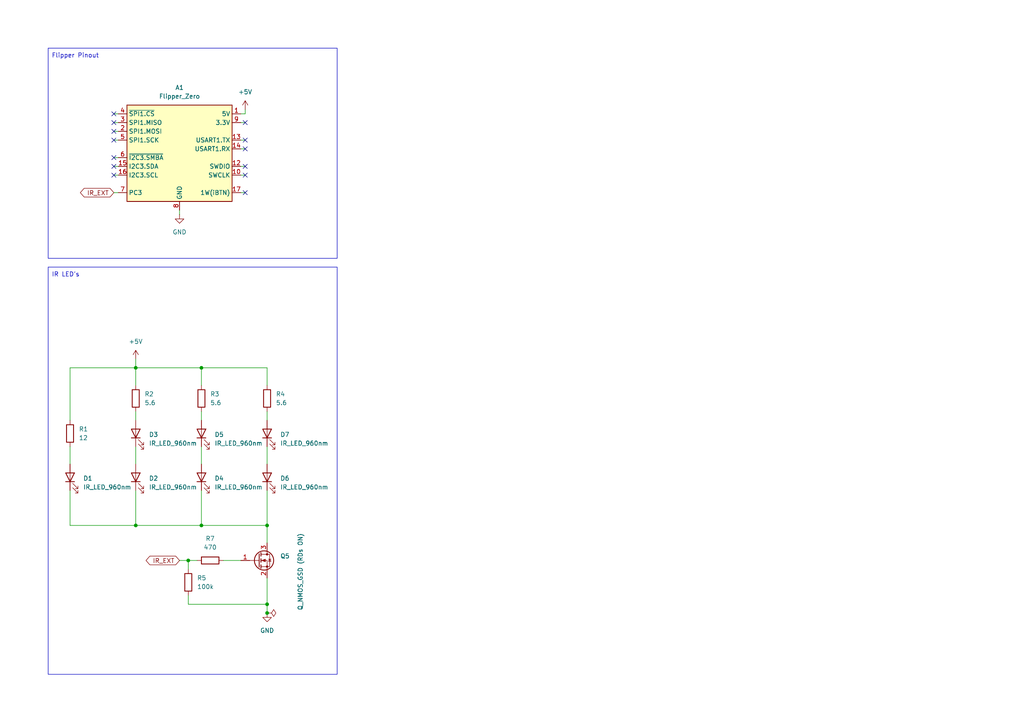
<source format=kicad_sch>
(kicad_sch (version 20250114) (generator "eeschema") (generator_version "9.0")
  (paper "A4")
  (lib_symbols
    (symbol "Device:LED" (pin_numbers (hide yes)) (pin_names (offset 1.016) (hide yes))
      (property "Reference" "D" (at 0 2.54 0))
      (property "Value" "LED" (at 0 -2.54 0))
      (symbol "LED_0_1"
        (polyline (pts (xy -3.048 -0.762) (xy -4.572 -2.286) (xy -3.81 -2.286) (xy -4.572 -2.286) (xy -4.572 -1.524)))
        (polyline (pts (xy -1.778 -0.762) (xy -3.302 -2.286) (xy -2.54 -2.286) (xy -3.302 -2.286) (xy -3.302 -1.524)))
        (polyline (pts (xy -1.27 0) (xy 1.27 0)))
        (polyline (pts (xy -1.27 -1.27) (xy -1.27 1.27)) (stroke (width 0.254)))
        (polyline (pts (xy 1.27 -1.27) (xy 1.27 1.27) (xy -1.27 0) (xy 1.27 -1.27)) (stroke (width 0.254)))
      )
      (symbol "LED_1_1"
        (pin passive line (at -3.81 0 0) (length 2.54) (name "K") (number "1"))
        (pin passive line (at 3.81 0 180) (length 2.54) (name "A") (number "2"))
      )
    )
    (symbol "Device:R" (pin_numbers (hide yes)) (pin_names (offset 0))
      (property "Reference" "R" (at 2.032 0 90))
      (property "Value" "R" (at 0 0 90))
      (symbol "R_0_1"
        (rectangle (start -1.016 -2.54) (end 1.016 2.54) (stroke (width 0.254)))
      )
      (symbol "R_1_1"
        (pin passive line (at 0 3.81 270) (length 1.27) (name "~") (number "1"))
        (pin passive line (at 0 -3.81 90) (length 1.27) (name "~") (number "2"))
      )
    )
    (symbol "MCU_Module:Flipper_Zero"
      (property "Reference" "A" (at -14.224 16.764 0))
      (property "Value" "Flipper_Zero" (at 8.89 16.764 0))
      (symbol "Flipper_Zero_0_0"
        (pin power_out line (at 17.78 12.7 180) (length 2.54) (name "5V") (number "1"))
        (pin power_out line (at 17.78 10.16 180) (length 2.54) (name "3.3V") (number "9"))
      )
      (symbol "Flipper_Zero_1_0"
        (pin bidirectional line (at -17.78 12.7 0) (length 2.54) (name "~{SPI1.CS}") (number "4"))
        (pin bidirectional line (at -17.78 10.16 0) (length 2.54) (name "SPI1.MISO") (number "3"))
        (pin bidirectional line (at -17.78 7.62 0) (length 2.54) (name "SPI1.MOSI") (number "2"))
        (pin bidirectional line (at -17.78 5.08 0) (length 2.54) (name "SPI1.SCK") (number "5"))
        (pin open_collector line (at -17.78 0 0) (length 2.54) (name "~{I2C3.SMBA}") (number "6"))
        (pin bidirectional line (at -17.78 -2.54 0) (length 2.54) (name "I2C3.SDA") (number "15"))
        (pin bidirectional line (at -17.78 -5.08 0) (length 2.54) (name "I2C3.SCL") (number "16"))
        (pin bidirectional line (at -17.78 -10.16 0) (length 2.54) (name "PC3") (number "7"))
        (pin passive line (at 0 -15.24 90) (length 2.54) (hide yes) (name "GND") (number "11"))
        (pin passive line (at 0 -15.24 90) (length 2.54) (hide yes) (name "GND") (number "18"))
        (pin power_in line (at 0 -15.24 90) (length 2.54) (name "GND") (number "8"))
        (pin output line (at 17.78 5.08 180) (length 2.54) (name "USART1.TX") (number "13"))
        (pin input line (at 17.78 2.54 180) (length 2.54) (name "USART1.RX") (number "14"))
        (pin bidirectional line (at 17.78 -2.54 180) (length 2.54) (name "SWDIO") (number "12"))
        (pin output line (at 17.78 -5.08 180) (length 2.54) (name "SWCLK") (number "10"))
        (pin bidirectional line (at 17.78 -10.16 180) (length 2.54) (name "1W(iBTN)") (number "17"))
      )
      (symbol "Flipper_Zero_1_1"
        (rectangle (start -15.24 15.24) (end 15.24 -12.7) (stroke (width 0.254)) (fill (type background)))
      )
    )
    (symbol "Transistor_FET:Q_NMOS_GSD" (pin_names (offset 0) (hide yes))
      (property "Reference" "Q" (at 5.08 1.905 0))
      (property "Value" "Q_NMOS_GSD" (at 5.08 0 0))
      (symbol "Q_NMOS_GSD_0_1"
        (polyline (pts (xy 0.254 1.905) (xy 0.254 -1.905)) (stroke (width 0.254)))
        (polyline (pts (xy 0.254 0) (xy -2.54 0)))
        (polyline (pts (xy 0.762 2.286) (xy 0.762 1.27)) (stroke (width 0.254)))
        (polyline (pts (xy 0.762 0.508) (xy 0.762 -0.508)) (stroke (width 0.254)))
        (polyline (pts (xy 0.762 -1.27) (xy 0.762 -2.286)) (stroke (width 0.254)))
        (polyline (pts (xy 0.762 -1.778) (xy 3.302 -1.778) (xy 3.302 1.778) (xy 0.762 1.778)))
        (polyline (pts (xy 1.016 0) (xy 2.032 0.381) (xy 2.032 -0.381) (xy 1.016 0)) (fill (type outline)))
        (circle (center 1.651 0) (radius 2.794) (stroke (width 0.254)))
        (polyline (pts (xy 2.54 2.54) (xy 2.54 1.778)))
        (circle (center 2.54 1.778) (radius 0.254) (fill (type outline)))
        (circle (center 2.54 -1.778) (radius 0.254) (fill (type outline)))
        (polyline (pts (xy 2.54 -2.54) (xy 2.54 0) (xy 0.762 0)))
        (polyline (pts (xy 2.921 0.381) (xy 3.683 0.381)))
        (polyline (pts (xy 3.302 0.381) (xy 2.921 -0.254) (xy 3.683 -0.254) (xy 3.302 0.381)))
      )
      (symbol "Q_NMOS_GSD_1_1"
        (pin input line (at -5.08 0 0) (length 2.54) (name "G") (number "1"))
        (pin passive line (at 2.54 5.08 270) (length 2.54) (name "D") (number "3"))
        (pin passive line (at 2.54 -5.08 90) (length 2.54) (name "S") (number "2"))
      )
    )
    (symbol "power:+5V" (power) (pin_numbers (hide yes)) (pin_names (offset 0) (hide yes))
      (property "Value" "+5V" (at 0 3.556 0))
      (symbol "+5V_0_1"
        (polyline (pts (xy -0.762 1.27) (xy 0 2.54)))
        (polyline (pts (xy 0 2.54) (xy 0.762 1.27)))
        (polyline (pts (xy 0 0) (xy 0 2.54)))
      )
      (symbol "+5V_1_1"
        (pin power_in line (at 0 0 90) (length 0) (name "~") (number "1"))
      )
    )
    (symbol "power:GND" (power) (pin_numbers (hide yes)) (pin_names (offset 0) (hide yes))
      (property "Value" "GND" (at 0 -3.81 0))
      (symbol "GND_0_1"
        (polyline (pts (xy 0 0) (xy 0 -1.27) (xy 1.27 -1.27) (xy 0 -2.54) (xy -1.27 -1.27) (xy 0 -1.27)))
      )
      (symbol "GND_1_1"
        (pin power_in line (at 0 0 270) (length 0) (name "~") (number "1"))
      )
    )
    (symbol "power:PWR_FLAG" (power) (pin_numbers (hide yes)) (pin_names (offset 0) (hide yes))
      (property "Value" "PWR_FLAG" (at 0 3.81 0))
      (symbol "PWR_FLAG_0_0"
        (pin power_out line (at 0 0 90) (length 0) (name "~") (number "1"))
      )
      (symbol "PWR_FLAG_0_1"
        (polyline (pts (xy 0 0) (xy 0 1.27) (xy -1.016 1.905) (xy 0 2.54) (xy 1.016 1.905) (xy 0 1.27)))
      )
    )
  )
  (rectangle (start 13.97 77.47) (end 97.79 195.58))
  (rectangle (start 13.97 13.97) (end 97.79 74.93))
  (text "Flipper Pinout" (at 21.844 16.256 0) (effects (font (size 1.27 1.27))))
  (text "IR LED's" (at 19.05 79.756 0) (effects (font (size 1.27 1.27))))
  (junction (at 77.47 177.8))
  (junction (at 39.37 152.4))
  (junction (at 77.47 152.4))
  (junction (at 54.61 162.56))
  (junction (at 77.47 175.26))
  (junction (at 39.37 106.68))
  (junction (at 58.42 106.68))
  (junction (at 58.42 152.4))
  (no_connect (at 71.12 43.18))
  (no_connect (at 33.02 33.02))
  (no_connect (at 71.12 35.56))
  (no_connect (at 71.12 55.88))
  (no_connect (at 71.12 40.64))
  (no_connect (at 33.02 48.26))
  (no_connect (at 33.02 45.72))
  (no_connect (at 33.02 40.64))
  (no_connect (at 71.12 48.26))
  (no_connect (at 71.12 50.8))
  (no_connect (at 33.02 35.56))
  (no_connect (at 33.02 50.8))
  (no_connect (at 33.02 38.1))
  (wire (pts (xy 58.42 142.24) (xy 58.42 152.4)))
  (wire (pts (xy 52.07 60.96) (xy 52.07 62.23)))
  (wire (pts (xy 58.42 152.4) (xy 77.47 152.4)))
  (wire (pts (xy 77.47 119.38) (xy 77.47 121.92)))
  (wire (pts (xy 39.37 106.68) (xy 39.37 111.76)))
  (wire (pts (xy 20.32 106.68) (xy 39.37 106.68)))
  (wire (pts (xy 58.42 106.68) (xy 58.42 111.76)))
  (wire (pts (xy 77.47 167.64) (xy 77.47 175.26)))
  (wire (pts (xy 33.02 50.8) (xy 34.29 50.8)))
  (wire (pts (xy 58.42 129.54) (xy 58.42 134.62)))
  (wire (pts (xy 33.02 55.88) (xy 34.29 55.88)))
  (wire (pts (xy 58.42 119.38) (xy 58.42 121.92)))
  (wire (pts (xy 52.07 162.56) (xy 54.61 162.56)))
  (wire (pts (xy 54.61 175.26) (xy 77.47 175.26)))
  (wire (pts (xy 69.85 50.8) (xy 71.12 50.8)))
  (wire (pts (xy 54.61 162.56) (xy 57.15 162.56)))
  (wire (pts (xy 39.37 142.24) (xy 39.37 152.4)))
  (wire (pts (xy 77.47 152.4) (xy 77.47 157.48)))
  (wire (pts (xy 20.32 106.68) (xy 20.32 121.92)))
  (wire (pts (xy 69.85 33.02) (xy 71.12 33.02)))
  (wire (pts (xy 33.02 35.56) (xy 34.29 35.56)))
  (wire (pts (xy 39.37 129.54) (xy 39.37 134.62)))
  (wire (pts (xy 20.32 152.4) (xy 39.37 152.4)))
  (wire (pts (xy 71.12 31.75) (xy 71.12 33.02)))
  (wire (pts (xy 77.47 129.54) (xy 77.47 134.62)))
  (wire (pts (xy 77.47 175.26) (xy 77.47 177.8)))
  (wire (pts (xy 39.37 152.4) (xy 58.42 152.4)))
  (wire (pts (xy 33.02 33.02) (xy 34.29 33.02)))
  (wire (pts (xy 33.02 45.72) (xy 34.29 45.72)))
  (wire (pts (xy 69.85 35.56) (xy 71.12 35.56)))
  (wire (pts (xy 64.77 162.56) (xy 69.85 162.56)))
  (wire (pts (xy 39.37 104.14) (xy 39.37 106.68)))
  (wire (pts (xy 20.32 142.24) (xy 20.32 152.4)))
  (wire (pts (xy 54.61 162.56) (xy 54.61 165.1)))
  (wire (pts (xy 77.47 106.68) (xy 77.47 111.76)))
  (wire (pts (xy 58.42 106.68) (xy 77.47 106.68)))
  (wire (pts (xy 69.85 55.88) (xy 71.12 55.88)))
  (wire (pts (xy 33.02 38.1) (xy 34.29 38.1)))
  (wire (pts (xy 33.02 40.64) (xy 34.29 40.64)))
  (wire (pts (xy 69.85 43.18) (xy 71.12 43.18)))
  (wire (pts (xy 33.02 48.26) (xy 34.29 48.26)))
  (wire (pts (xy 69.85 48.26) (xy 71.12 48.26)))
  (wire (pts (xy 39.37 106.68) (xy 58.42 106.68)))
  (wire (pts (xy 20.32 129.54) (xy 20.32 134.62)))
  (wire (pts (xy 54.61 172.72) (xy 54.61 175.26)))
  (wire (pts (xy 77.47 142.24) (xy 77.47 152.4)))
  (wire (pts (xy 39.37 119.38) (xy 39.37 121.92)))
  (wire (pts (xy 69.85 40.64) (xy 71.12 40.64)))
  (global_label "IR_EXT" (shape bidirectional) (at 33.02 55.88 180) (property "Intersheetrefs" "${INTERSHEET_REFS}" (effects (hide yes))))
  (global_label "IR_EXT" (shape bidirectional) (at 52.07 162.56 180) (property "Intersheetrefs" "${INTERSHEET_REFS}" (effects (hide yes))))
  (symbol (lib_id "Device:LED") (at 20.32 138.43 90) (unit 1)
    (property "Reference" "D1" (at 24.13 138.7474 90) (effects (justify right)))
    (property "Value" "IR_LED_960nm" (at 24.13 141.2874 90) (effects (justify right)))
    (property "Description" "Light emitting diode" (effects (hide yes)))
    (property "Sim.Pins" "1=K 2=A" (effects (hide yes)))
  )
  (symbol (lib_id "Device:LED") (at 58.42 125.73 90) (unit 1)
    (property "Reference" "D5" (at 62.23 126.0474 90) (effects (justify right)))
    (property "Value" "IR_LED_960nm" (at 62.23 128.5874 90) (effects (justify right)))
    (property "Description" "Light emitting diode" (effects (hide yes)))
    (property "Sim.Pins" "1=K 2=A" (effects (hide yes)))
  )
  (symbol (lib_id "Device:LED") (at 77.47 125.73 90) (unit 1)
    (property "Reference" "D7" (at 81.28 126.0474 90) (effects (justify right)))
    (property "Value" "IR_LED_960nm" (at 81.28 128.5874 90) (effects (justify right)))
    (property "Description" "Light emitting diode" (effects (hide yes)))
    (property "Sim.Pins" "1=K 2=A" (effects (hide yes)))
  )
  (symbol (lib_id "Device:R") (at 20.32 125.73 0) (unit 1)
    (property "Reference" "R1" (at 22.86 124.4599 0) (effects (justify left)))
    (property "Value" "12" (at 22.86 126.9999 0) (effects (justify left)))
    (property "Description" "Resistor" (effects (hide yes)))
  )
  (symbol (lib_id "power:GND") (at 77.47 177.8 0) (unit 1)
    (property "Reference" "#PWR01" (effects (hide yes)))
    (property "Value" "GND" (at 77.47 182.88 0))
    (property "Description" "Power symbol creates a global label with name \"GND\" , ground" (effects (hide yes)))
  )
  (symbol (lib_id "MCU_Module:Flipper_Zero") (at 52.07 45.72 0) (unit 1)
    (property "Reference" "A1" (at 52.07 25.4 0))
    (property "Value" "Flipper_Zero" (at 52.07 27.94 0))
    (property "Footprint" "Module:Flipper_Zero_Angled" (effects (hide yes)))
    (property "Datasheet" "https://docs.flipper.net/development" (effects (hide yes)))
    (property "Description" "Portable multi-tool for pentesters and geeks in a toy-like body, 13 GPIO, USB to UART/SPI/I2C bridge/converter, Serial Wire Debug interface (SWD), 2.54 mm pin header connector" (effects (hide yes)))
  )
  (symbol (lib_id "power:PWR_FLAG") (at 77.47 177.8 270) (unit 1)
    (property "Reference" "#FLG01" (effects (hide yes)))
    (property "Value" "PWR_FLAG" (effects (hide yes)))
    (property "Description" "Special symbol for telling ERC where power comes from" (effects (hide yes)))
  )
  (symbol (lib_id "Device:LED") (at 39.37 138.43 90) (unit 1)
    (property "Reference" "D2" (at 43.18 138.7474 90) (effects (justify right)))
    (property "Value" "IR_LED_960nm" (at 43.18 141.2874 90) (effects (justify right)))
    (property "Description" "Light emitting diode" (effects (hide yes)))
    (property "Sim.Pins" "1=K 2=A" (effects (hide yes)))
  )
  (symbol (lib_id "Device:R") (at 39.37 115.57 0) (unit 1)
    (property "Reference" "R2" (at 41.91 114.2999 0) (effects (justify left)))
    (property "Value" "5.6" (at 41.91 116.8399 0) (effects (justify left)))
    (property "Description" "Resistor" (effects (hide yes)))
  )
  (symbol (lib_id "Device:R") (at 77.47 115.57 0) (unit 1)
    (property "Reference" "R4" (at 80.01 114.2999 0) (effects (justify left)))
    (property "Value" "5.6" (at 80.01 116.8399 0) (effects (justify left)))
    (property "Description" "Resistor" (effects (hide yes)))
  )
  (symbol (lib_id "Device:R") (at 58.42 115.57 0) (unit 1)
    (property "Reference" "R3" (at 60.96 114.2999 0) (effects (justify left)))
    (property "Value" "5.6" (at 60.96 116.8399 0) (effects (justify left)))
    (property "Description" "Resistor" (effects (hide yes)))
  )
  (symbol (lib_id "Device:LED") (at 77.47 138.43 90) (unit 1)
    (property "Reference" "D6" (at 81.28 138.7474 90) (effects (justify right)))
    (property "Value" "IR_LED_960nm" (at 81.28 141.2874 90) (effects (justify right)))
    (property "Description" "Light emitting diode" (effects (hide yes)))
    (property "Sim.Pins" "1=K 2=A" (effects (hide yes)))
  )
  (symbol (lib_id "power:GND") (at 52.07 62.23 0) (unit 1)
    (property "Reference" "#PWR07" (effects (hide yes)))
    (property "Value" "GND" (at 52.07 67.31 0))
    (property "Description" "Power symbol creates a global label with name \"GND\" , ground" (effects (hide yes)))
  )
  (symbol (lib_id "Transistor_FET:Q_NMOS_GSD") (at 74.93 162.56 0) (unit 1)
    (property "Reference" "Q5" (at 81.28 161.2899 0) (effects (justify left)))
    (property "Value" "Q_NMOS_GSD (RDs ON)" (at 87.122 177.038 90) (effects (justify left)))
    (property "Description" "N-MOSFET transistor, gate/source/drain" (effects (hide yes)))
  )
  (symbol (lib_id "power:+5V") (at 71.12 31.75 0) (unit 1)
    (property "Reference" "#PWR06" (effects (hide yes)))
    (property "Value" "+5V" (at 71.12 26.67 0))
    (property "Description" "Power symbol creates a global label with name \"+5V\"" (effects (hide yes)))
  )
  (symbol (lib_id "Device:LED") (at 58.42 138.43 90) (unit 1)
    (property "Reference" "D4" (at 62.23 138.7474 90) (effects (justify right)))
    (property "Value" "IR_LED_960nm" (at 62.23 141.2874 90) (effects (justify right)))
    (property "Description" "Light emitting diode" (effects (hide yes)))
    (property "Sim.Pins" "1=K 2=A" (effects (hide yes)))
  )
  (symbol (lib_id "Device:R") (at 54.61 168.91 180) (unit 1)
    (property "Reference" "R5" (at 57.15 167.6399 0) (effects (justify right)))
    (property "Value" "100k" (at 57.15 170.1799 0) (effects (justify right)))
    (property "Description" "Resistor" (effects (hide yes)))
  )
  (symbol (lib_id "power:+5V") (at 39.37 104.14 0) (unit 1)
    (property "Reference" "#PWR05" (effects (hide yes)))
    (property "Value" "+5V" (at 39.37 99.06 0))
    (property "Description" "Power symbol creates a global label with name \"+5V\"" (effects (hide yes)))
  )
  (symbol (lib_id "Device:R") (at 60.96 162.56 90) (unit 1)
    (property "Reference" "R7" (at 60.96 156.21 90))
    (property "Value" "470" (at 60.96 158.75 90))
    (property "Description" "Resistor" (effects (hide yes)))
  )
  (symbol (lib_id "Device:LED") (at 39.37 125.73 90) (unit 1)
    (property "Reference" "D3" (at 43.18 126.0474 90) (effects (justify right)))
    (property "Value" "IR_LED_960nm" (at 43.18 128.5874 90) (effects (justify right)))
    (property "Description" "Light emitting diode" (effects (hide yes)))
    (property "Sim.Pins" "1=K 2=A" (effects (hide yes)))
  )
)
</source>
